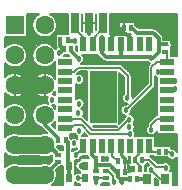
<source format=gtl>
G04 DipTrace Beta 2.3.5.2*
%INMicroOSD.GTL*%
%MOIN*%
%ADD13C,0.055*%
%ADD14C,0.012*%
%ADD16C,0.006*%
%ADD18C,0.01*%
%ADD19C,0.007*%
%ADD23R,0.0197X0.0138*%
%ADD24R,0.0138X0.0197*%
%ADD25R,0.0197X0.0315*%
%ADD27R,0.03X0.032*%
%ADD28R,0.063X0.063*%
%ADD34R,0.022X0.05*%
%ADD35R,0.05X0.022*%
%ADD36C,0.063*%
%ADD37C,0.018*%
%FSLAX44Y44*%
G04*
G70*
G90*
G75*
G01*
%LNTop*%
%LPD*%
X500Y500D2*
D13*
X1500D1*
D14*
X1950Y950D1*
Y954D1*
X2376Y4710D2*
Y4644D1*
X2640Y4380D1*
X500Y1500D2*
D13*
X1500D1*
X1950Y1190D2*
D14*
X1640Y1500D1*
X1500D1*
X4510Y1020D2*
D16*
Y960D1*
X4670Y800D1*
Y726D1*
X4686Y710D1*
X4510Y1020D2*
Y1070D1*
X4660Y1220D1*
Y1465D1*
X4675Y1480D1*
X5310Y1290D2*
X5100D1*
X4970Y1420D1*
Y1460D1*
X4990Y1480D1*
X3730Y4860D2*
D14*
X3760Y4890D1*
Y5120D1*
X3860Y5220D1*
X4070D1*
X4220D1*
X4340Y5100D1*
Y5010D1*
X4360D1*
Y4860D1*
X4170Y960D2*
D18*
Y1050D1*
X4045Y1175D1*
Y1480D1*
X4134Y5400D2*
D14*
X4070Y5336D1*
Y5220D1*
X500Y3500D2*
D13*
X1500D1*
X3900Y5270D2*
D14*
X3860Y5220D1*
X4186Y620D2*
D16*
X4360D1*
X4450Y710D1*
X4170Y960D2*
Y636D1*
X4186Y620D1*
X4450Y710D2*
X4420D1*
X4345Y785D1*
X4170Y960D1*
X4300Y740D2*
X4345Y785D1*
X2980Y5250D2*
Y5552D1*
X2988Y5560D1*
X3540Y640D2*
Y630D1*
X3620D1*
X3790Y460D1*
Y360D1*
X3800Y350D1*
Y290D1*
X3456Y1040D2*
X3590D1*
X5530Y390D2*
X5360D1*
X5060Y690D1*
X2198Y2068D2*
Y2050D1*
X2360D1*
X2480Y2170D1*
X2740D1*
X3030Y1880D1*
X4340D1*
Y1890D1*
X2198Y2383D2*
X2370D1*
Y2320D1*
X2400Y2350D1*
Y2380D1*
X2710D1*
X3090Y2000D1*
X3950D1*
X4290Y2340D1*
X4340D1*
X4330Y2350D1*
X2266Y5020D2*
D14*
X2296Y4990D1*
X2530D1*
X3460Y5560D2*
D16*
X3430Y5530D1*
Y5370D1*
X3100Y5040D1*
Y4860D1*
X2515Y5560D2*
X2590Y5485D1*
Y5310D1*
X2785Y5115D1*
Y4860D1*
X4568Y362D2*
D14*
X4902D1*
X4930Y390D1*
X3730Y1480D2*
D16*
X3760Y1450D1*
Y1140D1*
X3934Y966D1*
Y960D1*
X4746Y1020D2*
X4990D1*
X5230Y780D1*
X5510D1*
X5540Y750D1*
X5546Y1290D2*
X5660D1*
X5750Y1200D1*
X2860Y810D2*
D14*
X2850Y820D1*
X2710D1*
X2309Y810D2*
Y410D1*
Y810D2*
X2270Y849D1*
Y1610D1*
X2200Y1680D1*
X2860Y410D2*
D16*
X2850Y400D1*
X2630D1*
X5060Y2010D2*
Y2190D1*
X5260Y2390D1*
X5570D1*
X5578Y2383D1*
X3540Y404D2*
X3534Y410D1*
X3230D1*
Y270D1*
X5850Y3360D2*
Y3327D1*
X5578D1*
X5860Y3640D2*
X5578D1*
Y3642D1*
X2560Y1180D2*
X2785Y1405D1*
Y1480D1*
X2198Y3957D2*
X2487D1*
X2620Y4090D1*
X4000D1*
X4280Y3810D1*
Y3070D1*
X4260D1*
X5280Y3950D2*
X5287Y3957D1*
X5578D1*
X3415Y4860D2*
D14*
X3420Y4855D1*
Y4560D1*
X3540Y4440D1*
X4045D1*
Y4860D1*
X4332Y362D2*
X4028D1*
X3950Y440D1*
Y620D1*
X5520Y4860D2*
D16*
Y4850D1*
X5620D1*
X4370Y5400D2*
D14*
X4410D1*
X4570Y5240D1*
X5130D1*
X5310Y5060D1*
Y4860D1*
X5520D1*
X5040Y4420D2*
X5130D1*
X5310Y4600D1*
Y4860D1*
X3950Y620D2*
X3890D1*
X3680Y830D1*
X3220D1*
Y1040D1*
Y830D2*
Y636D1*
X3230Y646D1*
X3220Y1040D2*
X3090Y1170D1*
Y1470D1*
X3100Y1480D1*
X4045Y4440D2*
X5040D1*
Y4420D1*
X4070Y280D2*
D16*
X4028D1*
Y362D1*
X2030Y5020D2*
D14*
Y4820D1*
X2140Y4710D1*
X1980Y4560D2*
X1990D1*
X2140Y4710D1*
X1964Y1680D2*
Y1736D1*
X1520Y2180D1*
Y2480D1*
X1500Y2500D1*
X5520Y4624D2*
D16*
X5578Y4566D1*
Y4272D1*
X5585Y4280D1*
X5240D1*
X5060Y4100D1*
Y3510D1*
X4210Y2660D1*
D37*
X2640Y4380D3*
X3800Y290D3*
X3590Y1040D3*
X4330Y2350D3*
X2530Y4990D3*
X2650Y2890D3*
X5540Y750D3*
X5750Y1200D3*
X2710Y820D3*
X2640Y3700D3*
X2630Y400D3*
X1760Y3010D3*
X5060Y2010D3*
X3230Y270D3*
X2660Y1990D3*
X5850Y3360D3*
X5860Y3640D3*
X4320Y2120D3*
X5040Y4420D3*
D3*
D3*
D3*
X1980Y4560D3*
X2980Y5250D3*
X2630Y2570D3*
X2560Y1180D3*
X4340Y1890D3*
X4260Y3070D3*
X3420Y5070D3*
X5280Y3950D3*
X4070Y280D3*
X2480Y1560D3*
X4210Y2660D3*
X5810Y4700D3*
X3900Y5270D3*
X5060Y690D3*
X5240Y1030D3*
X4300Y740D3*
X3290Y4380D3*
X914Y5801D2*
D16*
X1220D1*
X1780D2*
X2279D1*
X3696D2*
X5904D1*
X914Y5743D2*
X1167D1*
X1833D2*
X2279D1*
X3696D2*
X5904D1*
X914Y5684D2*
X1130D1*
X1869D2*
X2279D1*
X3696D2*
X5904D1*
X914Y5625D2*
X1107D1*
X1893D2*
X2279D1*
X3696D2*
X5904D1*
X914Y5567D2*
X1092D1*
X1907D2*
X2279D1*
X3696D2*
X3966D1*
X4537D2*
X5904D1*
X914Y5508D2*
X1087D1*
X1913D2*
X2279D1*
X3696D2*
X3966D1*
X4537D2*
X5904D1*
X914Y5449D2*
X1090D1*
X1910D2*
X2279D1*
X3696D2*
X3966D1*
X4582D2*
X5904D1*
X914Y5390D2*
X1101D1*
X1898D2*
X2279D1*
X3696D2*
X3966D1*
X5160D2*
X5904D1*
X914Y5332D2*
X1123D1*
X1876D2*
X2279D1*
X3696D2*
X3966D1*
X5260D2*
X5904D1*
X914Y5273D2*
X1156D1*
X1845D2*
X2279D1*
X3696D2*
X3966D1*
X5318D2*
X5904D1*
X914Y5214D2*
X1204D1*
X1797D2*
X2280D1*
X3695D2*
X3966D1*
X5377D2*
X5904D1*
X914Y5156D2*
X1277D1*
X1724D2*
X1863D1*
X5434D2*
X5904D1*
X914Y5097D2*
X1435D1*
X1565D2*
X1863D1*
X5463D2*
X5904D1*
X196Y5038D2*
X1863D1*
X5468D2*
X5904D1*
X196Y4980D2*
X1863D1*
X5716D2*
X5904D1*
X196Y4921D2*
X1863D1*
X5726D2*
X5904D1*
X196Y4862D2*
X308D1*
X691D2*
X1309D1*
X1692D2*
X1863D1*
X5747D2*
X5904D1*
X196Y4804D2*
X223D1*
X778D2*
X1222D1*
X1777D2*
X1873D1*
X2543D2*
X2577D1*
X5739D2*
X5904D1*
X831Y4745D2*
X1169D1*
X1831D2*
X1892D1*
X2543D2*
X2577D1*
X5716D2*
X5904D1*
X868Y4686D2*
X1132D1*
X2555D2*
X2577D1*
X5716D2*
X5904D1*
X893Y4628D2*
X1107D1*
X5716D2*
X5904D1*
X907Y4569D2*
X1093D1*
X5716D2*
X5904D1*
X913Y4510D2*
X1087D1*
X2161D2*
X2288D1*
X2774D2*
X3270D1*
X5716D2*
X5904D1*
X910Y4451D2*
X1090D1*
X2814D2*
X3307D1*
X899Y4393D2*
X1101D1*
X2828D2*
X3365D1*
X878Y4334D2*
X1122D1*
X2822D2*
X3424D1*
X846Y4275D2*
X1154D1*
X2795D2*
X4923D1*
X798Y4217D2*
X1202D1*
X1799D2*
X1849D1*
X2727D2*
X4998D1*
X196Y4158D2*
X273D1*
X727D2*
X1273D1*
X1727D2*
X1849D1*
X4111D2*
X4946D1*
X196Y4099D2*
X421D1*
X579D2*
X1421D1*
X1579D2*
X1849D1*
X4170D2*
X4932D1*
X196Y4041D2*
X1849D1*
X4229D2*
X4932D1*
X196Y3982D2*
X1849D1*
X4287D2*
X4932D1*
X196Y3923D2*
X1849D1*
X2632D2*
X2901D1*
X4346D2*
X4932D1*
X196Y3865D2*
X313D1*
X688D2*
X1312D1*
X1687D2*
X1849D1*
X2724D2*
X2901D1*
X3998D2*
X4046D1*
X4396D2*
X4932D1*
X196Y3806D2*
X225D1*
X775D2*
X1225D1*
X1775D2*
X1849D1*
X2794D2*
X2901D1*
X3998D2*
X4105D1*
X4409D2*
X4932D1*
X829Y3747D2*
X1171D1*
X1830D2*
X1849D1*
X2822D2*
X2901D1*
X3998D2*
X4152D1*
X4409D2*
X4932D1*
X5189D2*
X5229D1*
X867Y3689D2*
X1133D1*
X2828D2*
X2901D1*
X3998D2*
X4152D1*
X4409D2*
X4932D1*
X5189D2*
X5229D1*
X892Y3630D2*
X1108D1*
X2814D2*
X2901D1*
X3998D2*
X4152D1*
X4409D2*
X4932D1*
X5189D2*
X5229D1*
X907Y3571D2*
X1093D1*
X2775D2*
X2901D1*
X3998D2*
X4152D1*
X4409D2*
X4932D1*
X5189D2*
X5229D1*
X913Y3512D2*
X1087D1*
X2546D2*
X2901D1*
X3998D2*
X4152D1*
X4409D2*
X4883D1*
X5189D2*
X5229D1*
X911Y3454D2*
X1089D1*
X2546D2*
X2901D1*
X3998D2*
X4152D1*
X4409D2*
X4825D1*
X5175D2*
X5229D1*
X900Y3395D2*
X1100D1*
X2546D2*
X2901D1*
X3998D2*
X4152D1*
X4409D2*
X4766D1*
X5124D2*
X5229D1*
X879Y3336D2*
X1121D1*
X2546D2*
X2901D1*
X3998D2*
X4152D1*
X4409D2*
X4708D1*
X5065D2*
X5229D1*
X847Y3278D2*
X1153D1*
X2546D2*
X2901D1*
X3998D2*
X4152D1*
X4409D2*
X4649D1*
X5007D2*
X5229D1*
X801Y3219D2*
X1199D1*
X1801D2*
X1849D1*
X2546D2*
X2901D1*
X3998D2*
X4149D1*
X4409D2*
X4590D1*
X4948D2*
X5229D1*
X196Y3160D2*
X269D1*
X731D2*
X1269D1*
X2546D2*
X2901D1*
X3998D2*
X4096D1*
X4425D2*
X4532D1*
X4890D2*
X5229D1*
X196Y3102D2*
X409D1*
X591D2*
X1409D1*
X2546D2*
X2901D1*
X3998D2*
X4074D1*
X4445D2*
X4473D1*
X4831D2*
X5229D1*
X196Y3043D2*
X1575D1*
X2755D2*
X2901D1*
X3998D2*
X4074D1*
X4771D2*
X5229D1*
X196Y2984D2*
X1574D1*
X2812D2*
X2901D1*
X3998D2*
X4093D1*
X4713D2*
X5229D1*
X196Y2926D2*
X1593D1*
X2835D2*
X2901D1*
X3998D2*
X4143D1*
X4654D2*
X5229D1*
X196Y2867D2*
X318D1*
X683D2*
X1317D1*
X2836D2*
X2901D1*
X3998D2*
X4238D1*
X4596D2*
X5229D1*
X196Y2808D2*
X228D1*
X772D2*
X1228D1*
X1772D2*
X1849D1*
X2819D2*
X2901D1*
X3998D2*
X4098D1*
X4537D2*
X5229D1*
X827Y2750D2*
X1173D1*
X1828D2*
X1850D1*
X2772D2*
X2901D1*
X3998D2*
X4045D1*
X4478D2*
X5229D1*
X866Y2691D2*
X1134D1*
X2773D2*
X2901D1*
X3998D2*
X4024D1*
X4420D2*
X5229D1*
X891Y2632D2*
X1109D1*
X2807D2*
X2901D1*
X3998D2*
X4023D1*
X4396D2*
X5229D1*
X906Y2573D2*
X1094D1*
X2819D2*
X2901D1*
X3998D2*
X4043D1*
X4377D2*
X5229D1*
X913Y2515D2*
X1087D1*
X2809D2*
X2901D1*
X3998D2*
X4094D1*
X4414D2*
X5229D1*
X911Y2456D2*
X1089D1*
X2813D2*
X2901D1*
X3998D2*
X4175D1*
X4485D2*
X5148D1*
X901Y2397D2*
X1099D1*
X2871D2*
X2901D1*
X3998D2*
X4148D1*
X4512D2*
X5089D1*
X880Y2339D2*
X1120D1*
X3998D2*
X4110D1*
X4518D2*
X5029D1*
X849Y2280D2*
X1151D1*
X3998D2*
X4051D1*
X4504D2*
X4971D1*
X803Y2221D2*
X1197D1*
X1803D2*
X1849D1*
X4477D2*
X4936D1*
X196Y2163D2*
X266D1*
X735D2*
X1265D1*
X1758D2*
X1849D1*
X4503D2*
X4932D1*
X196Y2104D2*
X399D1*
X601D2*
X1382D1*
X1817D2*
X1850D1*
X4508D2*
X4898D1*
X196Y2045D2*
X1433D1*
X4492D2*
X4875D1*
X196Y1987D2*
X1492D1*
X4501D2*
X4873D1*
X196Y1928D2*
X1550D1*
X4524D2*
X4892D1*
X196Y1869D2*
X322D1*
X677D2*
X1323D1*
X2803D2*
X2862D1*
X4527D2*
X4939D1*
X5182D2*
X5229D1*
X196Y1811D2*
X230D1*
X2367D2*
X2577D1*
X5198D2*
X5904D1*
X2367Y1752D2*
X2577D1*
X5198D2*
X5904D1*
X5198Y1693D2*
X5904D1*
X5198Y1634D2*
X5904D1*
X5198Y1576D2*
X5904D1*
X5198Y1517D2*
X5904D1*
X1911Y1458D2*
X2112D1*
X5714D2*
X5904D1*
X1962Y1400D2*
X2112D1*
X5720D2*
X5904D1*
X2429Y1341D2*
X2468D1*
X5871D2*
X5905D1*
X196Y1165D2*
X262D1*
X196Y1106D2*
X390D1*
X610D2*
X1390D1*
X1610D2*
X1753D1*
X2732D2*
X2945D1*
X5083D2*
X5143D1*
X196Y1048D2*
X1753D1*
X5141D2*
X5644D1*
X5856D2*
X5904D1*
X196Y989D2*
X1753D1*
X2506D2*
X2635D1*
X5200D2*
X5904D1*
X196Y930D2*
X1709D1*
X2506D2*
X2559D1*
X5259D2*
X5507D1*
X5573D2*
X5904D1*
X196Y872D2*
X327D1*
X673D2*
X1327D1*
X2506D2*
X2529D1*
X4913D2*
X4959D1*
X5682D2*
X5904D1*
X196Y813D2*
X233D1*
X4853D2*
X4920D1*
X5717D2*
X5904D1*
X1976Y754D2*
X2112D1*
X2506D2*
X2534D1*
X4853D2*
X4883D1*
X5729D2*
X5904D1*
X1917Y695D2*
X2112D1*
X2506D2*
X2571D1*
X4853D2*
X4872D1*
X5720D2*
X5904D1*
X1890Y637D2*
X2112D1*
X2506D2*
X2663D1*
X5778D2*
X5904D1*
X1906Y578D2*
X2112D1*
X2506D2*
X2585D1*
X5778D2*
X5904D1*
X1913Y519D2*
X2112D1*
X5778D2*
X5904D1*
X1911Y461D2*
X2112D1*
X5778D2*
X5904D1*
X1901Y402D2*
X2112D1*
X5778D2*
X5904D1*
X1882Y343D2*
X2112D1*
X5178D2*
X5227D1*
X5778D2*
X5904D1*
X1852Y285D2*
X2112D1*
X5178D2*
X5282D1*
X5778D2*
X5904D1*
X1807Y226D2*
X2112D1*
X2506D2*
X2569D1*
X3413D2*
X3623D1*
X5178D2*
X5282D1*
X5778D2*
X5904D1*
X3625Y242D2*
X3409D1*
X3403Y211D1*
X3393Y190D1*
X3648D1*
X3641Y201D1*
X3628Y228D1*
X3625Y242D1*
X4331Y1138D2*
Y901D1*
X4349D1*
Y1138D1*
X1899Y5211D2*
X2191Y5210D1*
X2255Y5211D1*
X2286D1*
X2285Y5345D1*
Y5860D1*
X1690D1*
X1727Y5838D1*
X1774Y5802D1*
X1815Y5758D1*
X1850Y5709D1*
X1877Y5655D1*
X1895Y5599D1*
X1905Y5539D1*
X1907Y5500D1*
X1903Y5440D1*
X1890Y5382D1*
X1868Y5326D1*
X1839Y5274D1*
X1802Y5226D1*
X1758Y5185D1*
X1709Y5151D1*
X1656Y5124D1*
X1599Y5105D1*
X1540Y5095D1*
X1480Y5093D1*
X1420Y5100D1*
X1363Y5116D1*
X1308Y5141D1*
X1257Y5173D1*
X1212Y5212D1*
X1173Y5257D1*
X1141Y5308D1*
X1116Y5363D1*
X1100Y5421D1*
X1093Y5480D1*
X1095Y5540D1*
X1105Y5599D1*
X1124Y5656D1*
X1151Y5710D1*
X1185Y5759D1*
X1227Y5802D1*
X1274Y5839D1*
X1310Y5860D1*
X907D1*
Y5697D1*
Y5093D1*
X190D1*
Y4764D1*
X227Y4802D1*
X274Y4839D1*
X326Y4868D1*
X382Y4890D1*
X441Y4903D1*
X500Y4907D1*
X560Y4903D1*
X619Y4890D1*
X675Y4868D1*
X727Y4838D1*
X774Y4802D1*
X815Y4758D1*
X850Y4709D1*
X877Y4655D1*
X895Y4599D1*
X905Y4539D1*
X907Y4500D1*
X903Y4440D1*
X890Y4382D1*
X868Y4326D1*
X839Y4274D1*
X802Y4226D1*
X758Y4185D1*
X709Y4151D1*
X656Y4124D1*
X599Y4105D1*
X540Y4095D1*
X480Y4093D1*
X420Y4100D1*
X363Y4116D1*
X308Y4141D1*
X257Y4173D1*
X212Y4212D1*
X190Y4236D1*
Y3765D1*
X227Y3802D1*
X264Y3832D1*
X305Y3858D1*
X348Y3878D1*
X394Y3893D1*
X441Y3903D1*
X488Y3907D1*
X536Y3906D1*
X584Y3899D1*
X630Y3886D1*
X675Y3868D1*
X717Y3845D1*
X756Y3817D1*
X791Y3785D1*
X823Y3749D1*
X850Y3709D1*
X872Y3666D1*
X889Y3622D1*
X900Y3575D1*
X906Y3528D1*
X907Y3476D1*
X901Y3428D1*
X890Y3382D1*
X873Y3337D1*
X851Y3294D1*
X825Y3254D1*
X794Y3218D1*
X758Y3185D1*
X720Y3157D1*
X678Y3133D1*
X633Y3115D1*
X587Y3102D1*
X540Y3095D1*
X492Y3093D1*
X444Y3096D1*
X397Y3106D1*
X351Y3121D1*
X308Y3141D1*
X267Y3166D1*
X229Y3196D1*
X195Y3230D1*
X190Y3236D1*
Y2763D1*
X227Y2802D1*
X274Y2839D1*
X326Y2868D1*
X382Y2890D1*
X441Y2903D1*
X500Y2907D1*
X560Y2903D1*
X619Y2890D1*
X675Y2868D1*
X727Y2838D1*
X774Y2802D1*
X815Y2758D1*
X850Y2709D1*
X877Y2655D1*
X895Y2599D1*
X905Y2539D1*
X907Y2500D1*
X903Y2440D1*
X890Y2382D1*
X868Y2326D1*
X839Y2274D1*
X802Y2226D1*
X758Y2185D1*
X709Y2151D1*
X656Y2124D1*
X599Y2105D1*
X540Y2095D1*
X480Y2093D1*
X420Y2100D1*
X363Y2116D1*
X308Y2141D1*
X257Y2173D1*
X212Y2212D1*
X190Y2236D1*
Y1764D1*
X227Y1802D1*
X274Y1839D1*
X326Y1868D1*
X382Y1890D1*
X441Y1903D1*
X500Y1907D1*
X560Y1903D1*
X619Y1890D1*
X675Y1868D1*
X1324Y1867D1*
X1382Y1890D1*
X1441Y1903D1*
X1500Y1907D1*
X1560Y1903D1*
X1587Y1898D1*
X1412Y2072D1*
X1392Y2097D1*
X1363Y2116D1*
X1308Y2141D1*
X1257Y2173D1*
X1212Y2212D1*
X1173Y2257D1*
X1141Y2308D1*
X1116Y2363D1*
X1100Y2421D1*
X1093Y2480D1*
X1095Y2540D1*
X1105Y2599D1*
X1124Y2656D1*
X1151Y2710D1*
X1185Y2759D1*
X1227Y2802D1*
X1274Y2839D1*
X1326Y2868D1*
X1382Y2890D1*
X1441Y2903D1*
X1500Y2907D1*
X1560Y2903D1*
X1619Y2890D1*
X1625Y2888D1*
X1601Y2921D1*
X1588Y2948D1*
X1581Y2977D1*
X1578Y3007D1*
X1580Y3037D1*
X1586Y3066D1*
X1598Y3094D1*
X1605Y3106D1*
X1558Y3097D1*
X1510Y3093D1*
X1462Y3094D1*
X1415Y3102D1*
X1368Y3115D1*
X1324Y3133D1*
X1282Y3156D1*
X1243Y3184D1*
X1208Y3216D1*
X1176Y3253D1*
X1149Y3292D1*
X1128Y3335D1*
X1111Y3380D1*
X1099Y3427D1*
X1093Y3474D1*
Y3522D1*
X1099Y3570D1*
X1110Y3617D1*
X1126Y3662D1*
X1148Y3705D1*
X1174Y3745D1*
X1205Y3781D1*
X1240Y3814D1*
X1279Y3842D1*
X1321Y3866D1*
X1365Y3884D1*
X1411Y3898D1*
X1458Y3905D1*
X1506Y3907D1*
X1554Y3904D1*
X1601Y3895D1*
X1647Y3880D1*
X1691Y3860D1*
X1732Y3835D1*
X1769Y3806D1*
X1803Y3772D1*
X1833Y3734D1*
X1855Y3699D1*
X1856Y3845D1*
X1855Y3905D1*
X1856Y4160D1*
X1855Y4220D1*
X1854Y4299D1*
X1821Y4249D1*
X1781Y4205D1*
X1735Y4167D1*
X1683Y4136D1*
X1628Y4113D1*
X1570Y4099D1*
X1510Y4093D1*
X1450Y4096D1*
X1391Y4107D1*
X1335Y4128D1*
X1282Y4156D1*
X1234Y4192D1*
X1191Y4234D1*
X1156Y4282D1*
X1128Y4335D1*
X1107Y4392D1*
X1096Y4450D1*
X1093Y4510D1*
X1099Y4570D1*
X1113Y4628D1*
X1136Y4683D1*
X1167Y4735D1*
X1205Y4781D1*
X1250Y4821D1*
X1299Y4855D1*
X1354Y4880D1*
X1411Y4898D1*
X1470Y4906D1*
X1530D1*
X1590Y4897D1*
X1647Y4880D1*
X1701Y4854D1*
X1751Y4821D1*
X1795Y4781D1*
X1833Y4734D1*
X1857Y4695D1*
X1877Y4710D1*
X1909Y4728D1*
X1889Y4762D1*
X1880Y4790D1*
X1878Y4828D1*
X1869Y4829D1*
Y5211D1*
X1899D1*
X2004Y1351D2*
X2118D1*
Y1489D1*
X1907D1*
X1904Y1450D1*
X2004Y1351D1*
X1760Y1029D2*
X1759Y1165D1*
X1747Y1177D1*
X1709Y1151D1*
X1656Y1124D1*
X1599Y1105D1*
X1540Y1095D1*
X1480Y1093D1*
X1420Y1100D1*
X1363Y1116D1*
X1324Y1133D1*
X676D1*
X628Y1113D1*
X570Y1099D1*
X510Y1093D1*
X450Y1096D1*
X391Y1107D1*
X335Y1128D1*
X282Y1156D1*
X234Y1192D1*
X190Y1236D1*
Y765D1*
X227Y802D1*
X274Y839D1*
X326Y868D1*
X382Y890D1*
X441Y903D1*
X500Y907D1*
X560Y903D1*
X619Y890D1*
X675Y868D1*
X1324Y867D1*
X1382Y890D1*
X1441Y903D1*
X1500Y907D1*
X1560Y903D1*
X1619Y890D1*
X1660Y874D1*
X1759Y974D1*
X1760Y1115D1*
X2117Y792D2*
X2009D1*
X1874Y659D1*
X1887Y627D1*
X1901Y569D1*
X1907Y510D1*
X1906Y470D1*
X1897Y411D1*
X1880Y353D1*
X1854Y299D1*
X1821Y249D1*
X1781Y205D1*
X1763Y189D1*
X2118Y190D1*
Y660D1*
Y792D1*
X4239Y5591D2*
X4531D1*
Y5494D1*
X4634Y5392D1*
X5020D1*
X5130D1*
X5160Y5389D1*
X5188Y5381D1*
X5215Y5367D1*
X5238Y5348D1*
X5418Y5168D1*
X5437Y5145D1*
X5451Y5118D1*
X5460Y5090D1*
X5462Y5060D1*
Y5022D1*
X5711Y5021D1*
Y4932D1*
X5722Y4918D1*
X5735Y4891D1*
X5742Y4862D1*
X5741Y4832D1*
X5733Y4803D1*
X5719Y4777D1*
X5710Y4769D1*
X5711Y4485D1*
Y4474D1*
X5910Y4475D1*
Y5860D1*
X3691D1*
X3690Y5565D1*
Y5202D1*
X4248Y5201D1*
X4260Y5202D1*
X4392D1*
X4381Y5209D1*
X4209Y5210D1*
X4211Y5209D1*
X3972D1*
Y5591D1*
X4295D1*
X2696Y1060D2*
X2985D1*
X2963Y1085D1*
X2949Y1114D1*
X2928Y1138D1*
X2737D1*
X2721Y1094D1*
X2696Y1059D1*
X2669Y578D2*
Y642D1*
X2638Y652D1*
X2612Y666D1*
X2588Y684D1*
X2568Y706D1*
X2551Y731D1*
X2538Y758D1*
X2531Y787D1*
X2528Y817D1*
X2530Y847D1*
X2536Y876D1*
X2548Y904D1*
X2564Y929D1*
X2584Y952D1*
X2607Y970D1*
X2633Y985D1*
X2669Y997D1*
Y1034D1*
X2634Y1013D1*
X2606Y1004D1*
X2576Y998D1*
X2547D1*
X2517Y1003D1*
X2500Y1008D1*
Y560D1*
Y528D1*
X2527Y550D1*
X2553Y565D1*
X2581Y576D1*
X2610Y581D1*
X2640Y582D1*
X2669Y578D1*
Y640D1*
Y220D2*
X2646Y218D1*
X2617D1*
X2587Y223D1*
X2558Y232D1*
X2532Y246D1*
X2500Y273D1*
Y190D1*
X2669D1*
Y220D1*
X5688Y642D2*
X5772D1*
Y190D1*
X5910D1*
Y1113D1*
X5894Y1088D1*
X5874Y1066D1*
X5851Y1048D1*
X5824Y1033D1*
X5796Y1024D1*
X5766Y1018D1*
X5737D1*
X5707Y1023D1*
X5678Y1032D1*
X5652Y1046D1*
X5628Y1064D1*
X5608Y1086D1*
X5599Y1099D1*
X5385Y1100D1*
X5321Y1099D1*
X5149D1*
Y1138D1*
X5023D1*
X5058Y1122D1*
X5098Y1085D1*
X5281Y902D1*
X5441D1*
X5463Y915D1*
X5491Y926D1*
X5520Y931D1*
X5550Y932D1*
X5580Y928D1*
X5609Y919D1*
X5635Y905D1*
X5660Y888D1*
X5681Y866D1*
X5698Y842D1*
X5711Y815D1*
X5719Y786D1*
X5722Y750D1*
X5720Y720D1*
X5713Y691D1*
X5701Y664D1*
X5687Y642D1*
X5288Y189D2*
Y292D1*
X5273Y303D1*
X5172Y405D1*
Y190D1*
X5287D1*
X4848Y642D2*
X4884D1*
X4878Y687D1*
X4880Y717D1*
X4886Y746D1*
X4898Y774D1*
X4914Y799D1*
X4934Y822D1*
X4957Y840D1*
X4982Y855D1*
X4939Y898D1*
X4907D1*
X4908Y829D1*
X4847D1*
X4848Y691D1*
Y643D1*
X2538Y4808D2*
Y4697D1*
X2583Y4653D1*
Y4815D1*
X2538Y4808D1*
X2285Y4519D2*
X2215Y4520D1*
X2165Y4519D1*
X2156Y4510D1*
X2141Y4474D1*
X2331Y4475D1*
X2285Y4520D1*
X2211Y4519D1*
X2361Y1866D2*
Y1735D1*
X2379Y1716D1*
X2431Y1736D1*
X2460Y1741D1*
X2490Y1742D1*
X2520Y1738D1*
X2549Y1729D1*
X2582Y1710D1*
X2583Y1822D1*
X2588D1*
X2562Y1836D1*
X2538Y1854D1*
X2527Y1866D1*
X2361Y1865D1*
X5193Y1481D2*
X5471Y1480D1*
X5535Y1481D1*
X5708D1*
Y1403D1*
X5728Y1392D1*
X5760Y1382D1*
X5790Y1378D1*
X5819Y1369D1*
X5845Y1355D1*
X5870Y1338D1*
X5891Y1316D1*
X5911Y1286D1*
X5910Y1840D1*
Y1865D1*
X5235D1*
Y1960D1*
X5221Y1924D1*
X5204Y1898D1*
X5184Y1876D1*
X5161Y1858D1*
X5134Y1843D1*
X5106Y1834D1*
X5076Y1828D1*
X5047D1*
X5017Y1833D1*
X4988Y1842D1*
X4962Y1856D1*
X4938Y1874D1*
X4918Y1896D1*
X4901Y1921D1*
X4888Y1948D1*
X4881Y1977D1*
X4878Y2007D1*
X4880Y2037D1*
X4886Y2066D1*
X4898Y2094D1*
X4914Y2119D1*
X4937Y2145D1*
X4938Y2190D1*
X4941Y2220D1*
X4952Y2248D1*
X4973Y2277D1*
X5173Y2477D1*
X5197Y2495D1*
X5235Y2510D1*
X5236Y2585D1*
X5235Y2645D1*
X5236Y2900D1*
X5235Y2960D1*
X5236Y3215D1*
X5235Y3275D1*
X5236Y3530D1*
X5235Y3590D1*
Y3773D1*
X5208Y3782D1*
X5183Y3796D1*
X5182Y3510D1*
X5179Y3480D1*
X5168Y3452D1*
X5147Y3423D1*
X4391Y2668D1*
X4392Y2660D1*
X4390Y2630D1*
X4383Y2601D1*
X4371Y2574D1*
X4354Y2548D1*
X4340Y2532D1*
X4370Y2528D1*
X4399Y2519D1*
X4425Y2505D1*
X4450Y2488D1*
X4471Y2466D1*
X4488Y2442D1*
X4501Y2415D1*
X4509Y2386D1*
X4512Y2350D1*
X4510Y2320D1*
X4503Y2291D1*
X4491Y2264D1*
X4466Y2229D1*
X4478Y2212D1*
X4491Y2185D1*
X4499Y2156D1*
X4502Y2120D1*
X4500Y2090D1*
X4493Y2061D1*
X4481Y2034D1*
X4470Y2017D1*
X4481Y2006D1*
X4498Y1982D1*
X4511Y1955D1*
X4519Y1926D1*
X4522Y1890D1*
X4520Y1860D1*
X4509Y1822D1*
X4562D1*
X4877D1*
X5192D1*
Y1480D1*
X2810Y2540D2*
X2803Y2511D1*
X2786Y2477D1*
X2907Y2356D1*
X2908Y3969D1*
X2770Y3968D1*
X2670D1*
X2573Y3870D1*
X2620Y3881D1*
X2650Y3882D1*
X2680Y3878D1*
X2709Y3869D1*
X2735Y3855D1*
X2760Y3838D1*
X2781Y3816D1*
X2798Y3792D1*
X2811Y3765D1*
X2819Y3736D1*
X2822Y3700D1*
X2820Y3670D1*
X2813Y3641D1*
X2801Y3614D1*
X2784Y3588D1*
X2764Y3566D1*
X2741Y3548D1*
X2714Y3533D1*
X2686Y3524D1*
X2656Y3518D1*
X2627D1*
X2597Y3523D1*
X2568Y3532D1*
X2540Y3548D1*
X2539Y3440D1*
X2540Y3380D1*
X2539Y3125D1*
X2540Y3065D1*
Y3036D1*
X2573Y3055D1*
X2601Y3066D1*
X2630Y3071D1*
X2660Y3072D1*
X2690Y3068D1*
X2719Y3059D1*
X2745Y3045D1*
X2770Y3028D1*
X2791Y3006D1*
X2808Y2982D1*
X2821Y2955D1*
X2829Y2926D1*
X2832Y2890D1*
X2830Y2860D1*
X2823Y2831D1*
X2811Y2804D1*
X2794Y2778D1*
X2774Y2756D1*
X2751Y2738D1*
X2727Y2725D1*
X2750Y2708D1*
X2771Y2686D1*
X2788Y2662D1*
X2801Y2635D1*
X2809Y2606D1*
X2812Y2570D1*
X2810Y2540D1*
X2422Y1298D2*
X2434Y1312D1*
X2457Y1330D1*
X2483Y1345D1*
X2511Y1356D1*
X2540Y1361D1*
X2570Y1362D1*
X2583Y1378D1*
Y1410D1*
X2554Y1393D1*
X2526Y1384D1*
X2496Y1378D1*
X2467D1*
X2437Y1383D1*
X2422Y1388D1*
Y1300D1*
X4266Y2888D2*
X4247D1*
X4217Y2893D1*
X4188Y2902D1*
X4162Y2916D1*
X4138Y2934D1*
X4118Y2956D1*
X4101Y2981D1*
X4088Y3008D1*
X4081Y3037D1*
X4078Y3067D1*
X4080Y3097D1*
X4086Y3126D1*
X4098Y3154D1*
X4114Y3179D1*
X4134Y3202D1*
X4158Y3221D1*
Y3759D1*
X3993Y3924D1*
X3992Y2216D1*
X4149Y2372D1*
X4156Y2406D1*
X4168Y2434D1*
X4184Y2459D1*
X4201Y2478D1*
X4167Y2483D1*
X4138Y2492D1*
X4112Y2506D1*
X4088Y2524D1*
X4068Y2546D1*
X4051Y2571D1*
X4038Y2598D1*
X4031Y2627D1*
X4028Y2657D1*
X4030Y2687D1*
X4036Y2716D1*
X4048Y2744D1*
X4064Y2769D1*
X4084Y2792D1*
X4107Y2810D1*
X4133Y2825D1*
X4161Y2836D1*
X4190Y2841D1*
X4220Y2842D1*
X4265Y2888D1*
X4402Y3184D2*
X4418Y3162D1*
X4431Y3135D1*
X4439Y3106D1*
X4442Y3065D1*
X4938Y3561D1*
Y3870D1*
Y4100D1*
X4941Y4130D1*
X4952Y4158D1*
X4973Y4187D1*
X5026Y4239D1*
X4997Y4243D1*
X4968Y4252D1*
X4942Y4266D1*
X4915Y4288D1*
X3540D1*
X3510Y4291D1*
X3482Y4299D1*
X3455Y4313D1*
X3432Y4332D1*
X3312Y4452D1*
X3293Y4475D1*
X3273Y4518D1*
X2898Y4519D1*
X2838Y4518D1*
X2760D1*
X2781Y4496D1*
X2798Y4472D1*
X2811Y4445D1*
X2819Y4416D1*
X2822Y4380D1*
X2820Y4350D1*
X2813Y4321D1*
X2801Y4294D1*
X2784Y4268D1*
X2764Y4246D1*
X2741Y4228D1*
X2712Y4212D1*
X4000D1*
X4030Y4209D1*
X4058Y4198D1*
X4087Y4177D1*
X4367Y3897D1*
X4385Y3873D1*
X4397Y3846D1*
X4402Y3810D1*
Y3185D1*
X1855Y3165D2*
X1854Y3299D1*
X1828Y3259D1*
X1798Y3222D1*
X1767Y3192D1*
X1800Y3188D1*
X1829Y3179D1*
X1855Y3166D1*
Y3215D1*
X1856D1*
Y2810D2*
X1855Y2854D1*
X1834Y2843D1*
X1806Y2834D1*
X1776Y2828D1*
X1740Y2829D1*
X1774Y2802D1*
X1815Y2758D1*
X1850Y2709D1*
X1855Y2698D1*
Y2854D1*
X1856Y2180D2*
X1855Y2270D1*
X1854Y2299D1*
X1821Y2249D1*
X1781Y2205D1*
X1743Y2173D1*
X1855Y2060D1*
X1856Y2270D1*
X2732Y1822D2*
X2914D1*
X2825Y1912D1*
X2804Y1878D1*
X2784Y1856D1*
X2761Y1838D1*
X2732Y1822D1*
X3230Y5343D2*
Y5860D1*
X3218Y5859D1*
Y5331D1*
X3230Y5344D1*
X2757Y5316D2*
Y5860D1*
X2745Y5835D1*
Y5327D1*
X3915Y2138D2*
X3125D1*
X3141Y2122D1*
X3899D1*
X3914Y2138D1*
X4170Y960D2*
D19*
X4331D1*
X4134Y5591D2*
Y5209D1*
X3973Y5400D2*
X4134D1*
X4360Y5202D2*
Y4860D1*
X3730Y5202D2*
Y4860D1*
X500Y3907D2*
Y3093D1*
Y3500D2*
X907D1*
X1500Y3907D2*
Y3093D1*
X1093Y3500D2*
X1500D1*
X2757Y5560D2*
X3218D1*
D23*
X3540Y640D3*
Y404D3*
D24*
X3950Y620D3*
X4186D3*
X4170Y960D3*
X3934D3*
X2030Y5020D3*
X2266D3*
D23*
X1950Y1190D3*
Y954D3*
D24*
X4370Y5400D3*
X4134D3*
D25*
X2860Y810D3*
X2309D3*
X2860Y410D3*
X2309D3*
D27*
X5530Y390D3*
X4930D3*
D23*
X3230Y410D3*
Y646D3*
D24*
X2376Y4710D3*
X2140D3*
X2200Y1680D3*
X1964D3*
D23*
X5520Y4860D3*
Y4624D3*
D24*
X3220Y1040D3*
X3456D3*
X4332Y362D3*
X4568D3*
X4450Y710D3*
X4686D3*
X4510Y1020D3*
X4746D3*
X5310Y1290D3*
X5546D3*
D34*
X4990Y4860D3*
X4675D3*
X4360D3*
X4045D3*
X3730D3*
X3415D3*
X3100D3*
X2785D3*
D35*
X2198Y4272D3*
Y3957D3*
Y3642D3*
Y3327D3*
Y3013D3*
Y2698D3*
Y2383D3*
Y2068D3*
D34*
X2785Y1480D3*
X3100D3*
X3415D3*
X3730D3*
X4045D3*
X4360D3*
X4675D3*
X4990D3*
D35*
X5578Y2068D3*
Y2383D3*
Y2698D3*
Y3013D3*
Y3327D3*
Y3642D3*
Y3957D3*
Y4272D3*
D28*
X500Y5500D3*
D36*
X1500D3*
X500Y4500D3*
X1500D3*
X500Y3500D3*
X1500D3*
X500Y2500D3*
X1500D3*
X500Y1500D3*
X1500D3*
X500Y500D3*
X1500D3*
G36*
X3322Y5225D2*
X3598D1*
Y5895D1*
X3322D1*
Y5225D1*
G37*
G36*
X2850D2*
X3125D1*
Y5895D1*
X2850D1*
Y5225D1*
G37*
G36*
X2377D2*
X2653D1*
Y5895D1*
X2377D1*
Y5225D1*
G37*
G36*
X3000Y3960D2*
X3900D1*
Y2230D1*
X3000D1*
Y3960D1*
G37*
M02*

</source>
